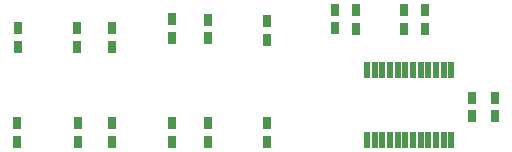
<source format=gbp>
G04*
G04 #@! TF.GenerationSoftware,Altium Limited,Altium Designer,23.10.1 (27)*
G04*
G04 Layer_Color=128*
%FSLAX25Y25*%
%MOIN*%
G70*
G04*
G04 #@! TF.SameCoordinates,D0F96BE9-EE4C-402D-8CE8-E6F0CD5897FE*
G04*
G04*
G04 #@! TF.FilePolarity,Positive*
G04*
G01*
G75*
%ADD21R,0.03000X0.04000*%
G04:AMPARAMS|DCode=41|XSize=17.72mil|YSize=55.12mil|CornerRadius=1.95mil|HoleSize=0mil|Usage=FLASHONLY|Rotation=0.000|XOffset=0mil|YOffset=0mil|HoleType=Round|Shape=RoundedRectangle|*
%AMROUNDEDRECTD41*
21,1,0.01772,0.05122,0,0,0.0*
21,1,0.01382,0.05512,0,0,0.0*
1,1,0.00390,0.00691,-0.02561*
1,1,0.00390,-0.00691,-0.02561*
1,1,0.00390,-0.00691,0.02561*
1,1,0.00390,0.00691,0.02561*
%
%ADD41ROUNDEDRECTD41*%
D21*
X130400Y80598D02*
D03*
Y74402D02*
D03*
X176100Y51198D02*
D03*
Y45100D02*
D03*
X183900Y45200D02*
D03*
Y51298D02*
D03*
X88100Y36603D02*
D03*
Y42800D02*
D03*
X108000Y76700D02*
D03*
Y70503D02*
D03*
X107800Y36603D02*
D03*
Y42800D02*
D03*
X88100Y77200D02*
D03*
Y71003D02*
D03*
X56300Y42800D02*
D03*
Y36603D02*
D03*
X76300Y77398D02*
D03*
Y71202D02*
D03*
X76200Y36603D02*
D03*
Y42800D02*
D03*
X56100Y68302D02*
D03*
Y74498D02*
D03*
X153600Y80498D02*
D03*
Y74302D02*
D03*
X24400Y42800D02*
D03*
Y36603D02*
D03*
X44400Y68302D02*
D03*
Y74498D02*
D03*
X44800Y42800D02*
D03*
Y36603D02*
D03*
X24700Y68302D02*
D03*
Y74498D02*
D03*
X160400Y80497D02*
D03*
Y74300D02*
D03*
X137400Y80497D02*
D03*
Y74300D02*
D03*
D41*
X169275Y37186D02*
D03*
X166716D02*
D03*
X164157D02*
D03*
X161598D02*
D03*
X159039D02*
D03*
X156480D02*
D03*
X153920D02*
D03*
X151361D02*
D03*
X148802D02*
D03*
X146243D02*
D03*
X143684D02*
D03*
X141125D02*
D03*
X169275Y60414D02*
D03*
X166716D02*
D03*
X164157D02*
D03*
X161598D02*
D03*
X159039D02*
D03*
X156480D02*
D03*
X153920D02*
D03*
X151361D02*
D03*
X148802D02*
D03*
X146243D02*
D03*
X143684D02*
D03*
X141125D02*
D03*
M02*

</source>
